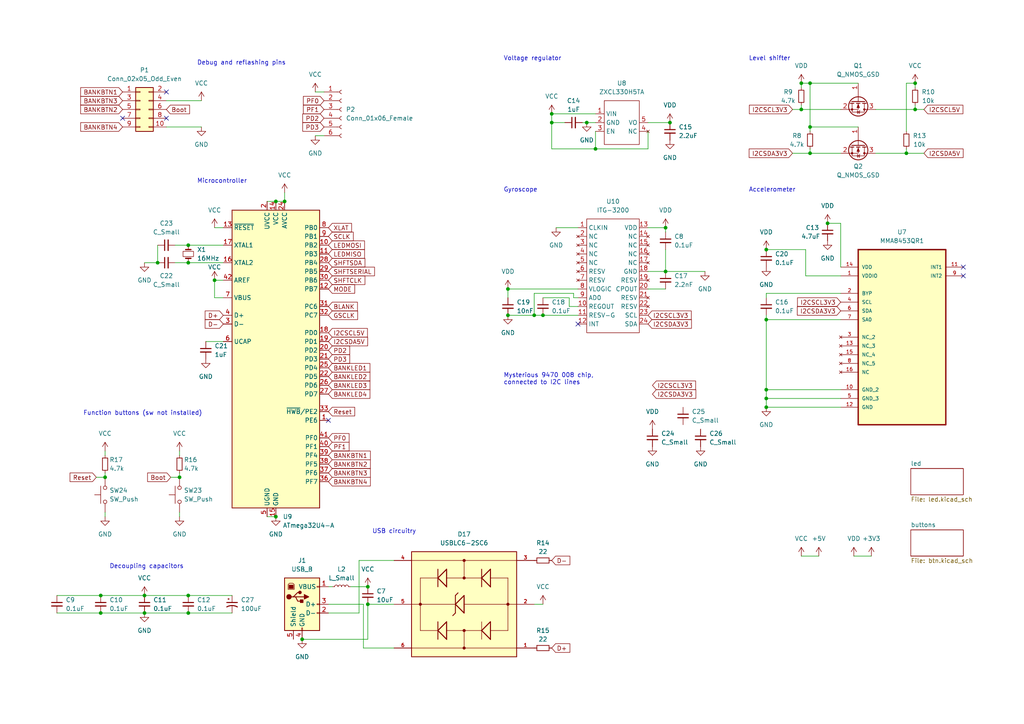
<source format=kicad_sch>
(kicad_sch (version 20211123) (generator eeschema)
  (paper "A4")
  (lib_symbols
    (symbol "Connector:Conn_01x06_Female" (pin_names (offset 1.016) hide)
      (property "Reference" "J" (at 0 7.62 0))
      (property "Value" "Conn_01x06_Female" (at 0 -10.16 0))
      (symbol "Conn_01x06_Female_1_1"
        (pin passive line (at -5.08 5.08 0) (length 3.81) (name "Pin_1") (number "1"))
        (pin passive line (at -5.08 2.54 0) (length 3.81) (name "Pin_2") (number "2"))
        (pin passive line (at -5.08 0 0) (length 3.81) (name "Pin_3") (number "3"))
        (pin passive line (at -5.08 -2.54 0) (length 3.81) (name "Pin_4") (number "4"))
        (pin passive line (at -5.08 -5.08 0) (length 3.81) (name "Pin_5") (number "5"))
        (pin passive line (at -5.08 -7.62 0) (length 3.81) (name "Pin_6") (number "6"))
      )
    )
    (symbol "Connector:USB_B" (pin_names (offset 1.016))
      (property "Reference" "J" (at -5.08 11.43 0))
      (property "Value" "USB_B" (at -5.08 8.89 0))
      (symbol "USB_B_1_1"
        (pin power_out line (at 7.62 5.08 180) (length 2.54) (name "VBUS") (number "1"))
        (pin bidirectional line (at 7.62 -2.54 180) (length 2.54) (name "D-") (number "2"))
        (pin bidirectional line (at 7.62 0 180) (length 2.54) (name "D+") (number "3"))
        (pin power_out line (at 0 -10.16 90) (length 2.54) (name "GND") (number "4"))
        (pin passive line (at -2.54 -10.16 90) (length 2.54) (name "Shield") (number "5"))
      )
    )
    (symbol "Connector_Generic:Conn_02x05_Odd_Even" (pin_names (offset 1.016) hide)
      (property "Reference" "J" (at 1.27 7.62 0))
      (property "Value" "Conn_02x05_Odd_Even" (at 1.27 -7.62 0))
      (symbol "Conn_02x05_Odd_Even_1_1"
        (pin passive line (at -5.08 5.08 0) (length 3.81) (name "Pin_1") (number "1"))
        (pin passive line (at 7.62 -5.08 180) (length 3.81) (name "Pin_10") (number "10"))
        (pin passive line (at 7.62 5.08 180) (length 3.81) (name "Pin_2") (number "2"))
        (pin passive line (at -5.08 2.54 0) (length 3.81) (name "Pin_3") (number "3"))
        (pin passive line (at 7.62 2.54 180) (length 3.81) (name "Pin_4") (number "4"))
        (pin passive line (at -5.08 0 0) (length 3.81) (name "Pin_5") (number "5"))
        (pin passive line (at 7.62 0 180) (length 3.81) (name "Pin_6") (number "6"))
        (pin passive line (at -5.08 -2.54 0) (length 3.81) (name "Pin_7") (number "7"))
        (pin passive line (at 7.62 -2.54 180) (length 3.81) (name "Pin_8") (number "8"))
        (pin passive line (at -5.08 -5.08 0) (length 3.81) (name "Pin_9") (number "9"))
      )
    )
    (symbol "Device:C_Polarized_Small_US" (pin_numbers hide) (pin_names (offset 0.254) hide)
      (property "Reference" "C" (at 0.254 1.778 0))
      (property "Value" "C_Polarized_Small_US" (at 0.254 -2.032 0))
      (symbol "C_Polarized_Small_US_1_1"
        (pin passive line (at 0 2.54 270) (length 2.032) (name "~") (number "1"))
        (pin passive line (at 0 -2.54 90) (length 2.032) (name "~") (number "2"))
      )
    )
    (symbol "Device:C_Small" (pin_numbers hide) (pin_names (offset 0.254) hide)
      (property "Reference" "C" (at 0.254 1.778 0))
      (property "Value" "C_Small" (at 0.254 -2.032 0))
      (symbol "C_Small_1_1"
        (pin passive line (at 0 2.54 270) (length 2.032) (name "~") (number "1"))
        (pin passive line (at 0 -2.54 90) (length 2.032) (name "~") (number "2"))
      )
    )
    (symbol "Device:Crystal_Small" (pin_numbers hide) (pin_names (offset 1.016) hide)
      (property "Reference" "Y" (at 0 2.54 0))
      (property "Value" "Crystal_Small" (at 0 -2.54 0))
      (symbol "Crystal_Small_1_1"
        (pin passive line (at -2.54 0 0) (length 1.27) (name "1") (number "1"))
        (pin passive line (at 2.54 0 180) (length 1.27) (name "2") (number "2"))
      )
    )
    (symbol "Device:L_Small" (pin_numbers hide) (pin_names (offset 0.254) hide)
      (property "Reference" "L" (at 0.762 1.016 0))
      (property "Value" "L_Small" (at 0.762 -1.016 0))
      (symbol "L_Small_1_1"
        (pin passive line (at 0 2.54 270) (length 0.508) (name "~") (number "1"))
        (pin passive line (at 0 -2.54 90) (length 0.508) (name "~") (number "2"))
      )
    )
    (symbol "Device:Q_NMOS_GSD" (pin_names (offset 0) hide)
      (property "Reference" "Q" (at 5.08 1.27 0))
      (property "Value" "Q_NMOS_GSD" (at 5.08 -1.27 0))
      (symbol "Q_NMOS_GSD_1_1"
        (pin input line (at -5.08 0 0) (length 2.54) (name "G") (number "1"))
        (pin passive line (at 2.54 -5.08 90) (length 2.54) (name "S") (number "2"))
        (pin passive line (at 2.54 5.08 270) (length 2.54) (name "D") (number "3"))
      )
    )
    (symbol "Device:R_Small" (pin_numbers hide) (pin_names (offset 0.254) hide)
      (property "Reference" "R" (at 0.762 0.508 0))
      (property "Value" "R_Small" (at 0.762 -1.016 0))
      (symbol "R_Small_1_1"
        (pin passive line (at 0 2.54 270) (length 0.762) (name "~") (number "1"))
        (pin passive line (at 0 -2.54 90) (length 0.762) (name "~") (number "2"))
      )
    )
    (symbol "MCU_Microchip_ATmega:ATmega32U4-A"
      (property "Reference" "U" (at -12.7 44.45 0))
      (property "Value" "ATmega32U4-A" (at 2.54 -44.45 0))
      (symbol "ATmega32U4-A_1_1"
        (pin bidirectional line (at 15.24 -17.78 180) (length 2.54) (name "PE6") (number "1"))
        (pin bidirectional line (at 15.24 33.02 180) (length 2.54) (name "PB2") (number "10"))
        (pin bidirectional line (at 15.24 30.48 180) (length 2.54) (name "PB3") (number "11"))
        (pin bidirectional line (at 15.24 20.32 180) (length 2.54) (name "PB7") (number "12"))
        (pin input line (at -15.24 38.1 0) (length 2.54) (name "~{RESET}") (number "13"))
        (pin power_in line (at 0 45.72 270) (length 2.54) (name "VCC") (number "14"))
        (pin power_in line (at 0 -45.72 90) (length 2.54) (name "GND") (number "15"))
        (pin output line (at -15.24 27.94 0) (length 2.54) (name "XTAL2") (number "16"))
        (pin input line (at -15.24 33.02 0) (length 2.54) (name "XTAL1") (number "17"))
        (pin bidirectional line (at 15.24 7.62 180) (length 2.54) (name "PD0") (number "18"))
        (pin bidirectional line (at 15.24 5.08 180) (length 2.54) (name "PD1") (number "19"))
        (pin power_in line (at -2.54 45.72 270) (length 2.54) (name "UVCC") (number "2"))
        (pin bidirectional line (at 15.24 2.54 180) (length 2.54) (name "PD2") (number "20"))
        (pin bidirectional line (at 15.24 0 180) (length 2.54) (name "PD3") (number "21"))
        (pin bidirectional line (at 15.24 -5.08 180) (length 2.54) (name "PD5") (number "22"))
        (pin passive line (at 0 -45.72 90) (length 2.54) hide (name "GND") (number "23"))
        (pin power_in line (at 2.54 45.72 270) (length 2.54) (name "AVCC") (number "24"))
        (pin bidirectional line (at 15.24 -2.54 180) (length 2.54) (name "PD4") (number "25"))
        (pin bidirectional line (at 15.24 -7.62 180) (length 2.54) (name "PD6") (number "26"))
        (pin bidirectional line (at 15.24 -10.16 180) (length 2.54) (name "PD7") (number "27"))
        (pin bidirectional line (at 15.24 27.94 180) (length 2.54) (name "PB4") (number "28"))
        (pin bidirectional line (at 15.24 25.4 180) (length 2.54) (name "PB5") (number "29"))
        (pin bidirectional line (at -15.24 10.16 0) (length 2.54) (name "D-") (number "3"))
        (pin bidirectional line (at 15.24 22.86 180) (length 2.54) (name "PB6") (number "30"))
        (pin bidirectional line (at 15.24 15.24 180) (length 2.54) (name "PC6") (number "31"))
        (pin bidirectional line (at 15.24 12.7 180) (length 2.54) (name "PC7") (number "32"))
        (pin bidirectional line (at 15.24 -15.24 180) (length 2.54) (name "~{HWB}/PE2") (number "33"))
        (pin passive line (at 0 45.72 270) (length 2.54) hide (name "VCC") (number "34"))
        (pin passive line (at 0 -45.72 90) (length 2.54) hide (name "GND") (number "35"))
        (pin bidirectional line (at 15.24 -35.56 180) (length 2.54) (name "PF7") (number "36"))
        (pin bidirectional line (at 15.24 -33.02 180) (length 2.54) (name "PF6") (number "37"))
        (pin bidirectional line (at 15.24 -30.48 180) (length 2.54) (name "PF5") (number "38"))
        (pin bidirectional line (at 15.24 -27.94 180) (length 2.54) (name "PF4") (number "39"))
        (pin bidirectional line (at -15.24 12.7 0) (length 2.54) (name "D+") (number "4"))
        (pin bidirectional line (at 15.24 -25.4 180) (length 2.54) (name "PF1") (number "40"))
        (pin bidirectional line (at 15.24 -22.86 180) (length 2.54) (name "PF0") (number "41"))
        (pin passive line (at -15.24 22.86 0) (length 2.54) (name "AREF") (number "42"))
        (pin passive line (at 0 -45.72 90) (length 2.54) hide (name "GND") (number "43"))
        (pin passive line (at 2.54 45.72 270) (length 2.54) hide (name "AVCC") (number "44"))
        (pin passive line (at -2.54 -45.72 90) (length 2.54) (name "UGND") (number "5"))
        (pin passive line (at -15.24 5.08 0) (length 2.54) (name "UCAP") (number "6"))
        (pin input line (at -15.24 17.78 0) (length 2.54) (name "VBUS") (number "7"))
        (pin bidirectional line (at 15.24 38.1 180) (length 2.54) (name "PB0") (number "8"))
        (pin bidirectional line (at 15.24 35.56 180) (length 2.54) (name "PB1") (number "9"))
      )
    )
    (symbol "Switch:SW_Push" (pin_numbers hide) (pin_names (offset 1.016) hide)
      (property "Reference" "SW" (at 1.27 2.54 0))
      (property "Value" "SW_Push" (at 0 -1.524 0))
      (symbol "SW_Push_0_1"
        (pin passive line (at -5.08 0 0) (length 2.54) (name "1") (number "1"))
        (pin passive line (at 5.08 0 180) (length 2.54) (name "2") (number "2"))
      )
    )
    (symbol "assets:ITG-3200"
      (property "Reference" "U?" (at -7.62 7.62 0))
      (property "Value" "ITG-3200" (at 1.27 7.62 0))
      (symbol "ITG-3200_1_1"
        (pin input line (at -11.43 3.81 0) (length 2.54) (name "CLKIN") (number "1"))
        (pin input line (at -11.43 -19.05 0) (length 2.54) (name "REGOUT") (number "10"))
        (pin input line (at -11.43 -21.59 0) (length 2.54) (name "RESV-G") (number "11"))
        (pin output line (at -11.43 -24.13 0) (length 2.54) (name "INT") (number "12"))
        (pin input line (at 8.89 3.81 180) (length 2.54) (name "VDD") (number "13"))
        (pin no_connect line (at 8.89 1.27 180) (length 2.54) (name "NC") (number "14"))
        (pin no_connect line (at 8.89 -1.27 180) (length 2.54) (name "NC") (number "15"))
        (pin no_connect line (at 8.89 -3.81 180) (length 2.54) (name "NC") (number "16"))
        (pin no_connect line (at 8.89 -6.35 180) (length 2.54) (name "NC") (number "17"))
        (pin input line (at 8.89 -8.89 180) (length 2.54) (name "GND") (number "18"))
        (pin no_connect line (at 8.89 -11.43 180) (length 2.54) (name "RESV") (number "19"))
        (pin no_connect line (at -11.43 1.27 0) (length 2.54) (name "NC") (number "2"))
        (pin input line (at 8.89 -13.97 180) (length 2.54) (name "CPOUT") (number "20"))
        (pin no_connect line (at 8.89 -16.51 180) (length 2.54) (name "RESV") (number "21"))
        (pin no_connect line (at 8.89 -19.05 180) (length 2.54) (name "RESV") (number "22"))
        (pin input line (at 8.89 -21.59 180) (length 2.54) (name "SCL") (number "23"))
        (pin output line (at 8.89 -24.13 180) (length 2.54) (name "SDA") (number "24"))
        (pin no_connect line (at -11.43 -1.27 0) (length 2.54) (name "NC") (number "3"))
        (pin no_connect line (at -11.43 -3.81 0) (length 2.54) (name "NC") (number "4"))
        (pin no_connect line (at -11.43 -6.35 0) (length 2.54) (name "NC") (number "5"))
        (pin no_connect line (at -11.43 -8.89 0) (length 2.54) (name "RESV") (number "6"))
        (pin no_connect line (at -11.43 -11.43 0) (length 2.54) (name "RESV") (number "7"))
        (pin input line (at -11.43 -13.97 0) (length 2.54) (name "VLOGIC") (number "8"))
        (pin input line (at -11.43 -16.51 0) (length 2.54) (name "AD0") (number "9"))
      )
    )
    (symbol "assets:MMA8453QR1" (pin_names (offset 1.016))
      (property "Reference" "U?" (at -5.5118 25.6032 0))
      (property "Value" "MMA8453QR1" (at -4.3434 -32.258 0))
      (symbol "MMA8453QR1_0_0"
        (pin power_in line (at -17.78 15.24 0) (length 5.08) (name "VDDIO") (number "1"))
        (pin passive line (at -17.78 -17.78 0) (length 5.08) (name "GND_2") (number "10"))
        (pin output line (at 17.78 17.78 180) (length 5.08) (name "INT1") (number "11"))
        (pin passive line (at -17.78 -22.86 0) (length 5.08) (name "GND") (number "12"))
        (pin no_connect line (at -17.78 -5.08 0) (length 5.08) (name "NC_3") (number "13"))
        (pin power_in line (at -17.78 17.78 0) (length 5.08) (name "VDD") (number "14"))
        (pin no_connect line (at -17.78 -7.62 0) (length 5.08) (name "NC_4") (number "15"))
        (pin no_connect line (at -17.78 -12.7 0) (length 5.08) (name "NC") (number "16"))
        (pin input line (at -17.78 10.16 0) (length 5.08) (name "BYP") (number "2"))
        (pin no_connect line (at -17.78 -2.54 0) (length 5.08) (name "NC_2") (number "3"))
        (pin input line (at -17.78 7.62 0) (length 5.08) (name "SCL") (number "4"))
        (pin passive line (at -17.78 -20.32 0) (length 5.08) (name "GND_3") (number "5"))
        (pin input line (at -17.78 5.08 0) (length 5.08) (name "SDA") (number "6"))
        (pin input line (at -17.78 2.54 0) (length 5.08) (name "SA0") (number "7"))
        (pin no_connect line (at -17.78 -10.16 0) (length 5.08) (name "NC_5") (number "8"))
        (pin output line (at 17.78 15.24 180) (length 5.08) (name "INT2") (number "9"))
      )
    )
    (symbol "assets:USBLC6-2SC6" (pin_names (offset 1.016) hide)
      (property "Reference" "D?" (at -15.24 16.51 0))
      (property "Value" "USBLC6-2SC6" (at -15.2654 -17.8054 0))
      (symbol "USBLC6-2SC6_0_0"
        (pin bidirectional line (at -20.32 12.7 0) (length 5.08) (name "~") (number "1"))
        (pin power_in line (at -20.32 0 0) (length 5.08) (name "~") (number "2"))
        (pin bidirectional line (at -20.32 -12.7 0) (length 5.08) (name "~") (number "3"))
        (pin bidirectional line (at 20.32 -12.7 180) (length 5.08) (name "~") (number "4"))
        (pin power_in line (at 20.32 0 180) (length 5.08) (name "~") (number "5"))
        (pin bidirectional line (at 20.32 12.7 180) (length 5.08) (name "~") (number "6"))
      )
    )
    (symbol "assets:ZXCL330H5TA"
      (property "Reference" "U?" (at 0 12.7 0))
      (property "Value" "ZXCL330H5TA" (at 0 10.16 0))
      (symbol "ZXCL330H5TA_1_1"
        (pin input line (at -7.62 2.54 0) (length 2.54) (name "VIN") (number "1"))
        (pin input line (at -7.62 0 0) (length 2.54) (name "GND") (number "2"))
        (pin input line (at -7.62 -2.54 0) (length 2.54) (name "EN") (number "3"))
        (pin no_connect line (at 7.62 -2.54 180) (length 2.54) (name "NC") (number "4"))
        (pin output line (at 7.62 0 180) (length 2.54) (name "VO") (number "5"))
      )
    )
    (symbol "power:+3V3" (power) (pin_names (offset 0))
      (property "Value" "+3V3" (at 0 3.556 0))
      (symbol "+3V3_1_1"
        (pin power_in line (at 0 0 90) (length 0) hide (name "+3V3") (number "1"))
      )
    )
    (symbol "power:+5V" (power) (pin_names (offset 0))
      (property "Value" "+5V" (at 0 3.556 0))
      (symbol "+5V_1_1"
        (pin power_in line (at 0 0 90) (length 0) hide (name "+5V") (number "1"))
      )
    )
    (symbol "power:GND" (power) (pin_names (offset 0))
      (property "Value" "GND" (at 0 -3.81 0))
      (symbol "GND_1_1"
        (pin power_in line (at 0 0 270) (length 0) hide (name "GND") (number "1"))
      )
    )
    (symbol "power:VCC" (power) (pin_names (offset 0))
      (property "Value" "VCC" (at 0 3.81 0))
      (symbol "VCC_1_1"
        (pin power_in line (at 0 0 90) (length 0) hide (name "VCC") (number "1"))
      )
    )
    (symbol "power:VDD" (power) (pin_names (offset 0))
      (property "Value" "VDD" (at 0 3.81 0))
      (symbol "VDD_1_1"
        (pin power_in line (at 0 0 90) (length 0) hide (name "VDD") (number "1"))
      )
    )
  )
  (junction (at 160.02 35.56))
  (junction (at 234.95 36.83))
  (junction (at 222.25 115.57))
  (junction (at 232.41 31.75))
  (junction (at 193.04 66.04))
  (junction (at 41.91 177.8))
  (junction (at 222.25 113.03))
  (junction (at 265.43 24.13))
  (junction (at 193.04 78.74))
  (junction (at 54.61 71.12))
  (junction (at 234.95 44.45))
  (junction (at 106.68 175.26))
  (junction (at 80.01 58.42))
  (junction (at 262.89 44.45))
  (junction (at 30.48 138.43))
  (junction (at 265.43 31.75))
  (junction (at 147.32 91.44))
  (junction (at 80.01 149.86))
  (junction (at 82.55 58.42))
  (junction (at 29.21 177.8))
  (junction (at 240.03 64.77))
  (junction (at 106.68 170.18))
  (junction (at 222.25 118.11))
  (junction (at 54.61 177.8))
  (junction (at 170.18 35.56))
  (junction (at 172.72 43.18))
  (junction (at 154.94 91.44))
  (junction (at 147.32 83.82))
  (junction (at 232.41 24.13))
  (junction (at 52.07 138.43))
  (junction (at 62.23 81.28))
  (junction (at 234.95 24.13))
  (junction (at 222.25 72.39))
  (junction (at 41.91 172.72))
  (junction (at 160.02 33.02))
  (junction (at 87.63 185.42))
  (junction (at 54.61 76.2))
  (junction (at 157.48 91.44))
  (junction (at 29.21 172.72))
  (junction (at 45.72 76.2))
  (junction (at 194.31 35.56))
  (junction (at 54.61 172.72))
  (junction (at 222.25 92.71))
  (no_connect (at 167.64 93.98))
  (no_connect (at 95.25 121.92))
  (no_connect (at 279.4 77.47))
  (no_connect (at 279.4 80.01))
  (no_connect (at 48.26 34.29))
  (no_connect (at 35.56 34.29))
  (no_connect (at 48.26 26.67))
  (wire (pts (xy 222.25 92.71) (xy 222.25 113.03)))
  (wire (pts (xy 243.84 64.77) (xy 240.03 64.77)))
  (wire (pts (xy 160.02 33.02) (xy 160.02 35.56)))
  (wire (pts (xy 187.96 83.82) (xy 193.04 83.82)))
  (wire (pts (xy 222.25 118.11) (xy 243.84 118.11)))
  (wire (pts (xy 62.23 81.28) (xy 62.23 86.36)))
  (wire (pts (xy 243.84 85.09) (xy 222.25 85.09)))
  (wire (pts (xy 247.65 161.29) (xy 252.73 161.29)))
  (wire (pts (xy 160.02 33.02) (xy 172.72 33.02)))
  (wire (pts (xy 106.68 175.26) (xy 106.68 185.42)))
  (wire (pts (xy 105.41 187.96) (xy 114.3 187.96)))
  (wire (pts (xy 234.95 36.83) (xy 234.95 24.13)))
  (wire (pts (xy 262.89 44.45) (xy 267.97 44.45)))
  (wire (pts (xy 104.14 177.8) (xy 104.14 162.56)))
  (wire (pts (xy 222.25 113.03) (xy 243.84 113.03)))
  (wire (pts (xy 30.48 137.16) (xy 30.48 138.43)))
  (wire (pts (xy 16.51 172.72) (xy 29.21 172.72)))
  (wire (pts (xy 229.87 44.45) (xy 234.95 44.45)))
  (wire (pts (xy 165.1 88.9) (xy 167.64 88.9)))
  (wire (pts (xy 54.61 71.12) (xy 64.77 71.12)))
  (wire (pts (xy 54.61 177.8) (xy 67.31 177.8)))
  (wire (pts (xy 82.55 55.88) (xy 82.55 58.42)))
  (wire (pts (xy 222.25 92.71) (xy 243.84 92.71)))
  (wire (pts (xy 170.18 35.56) (xy 172.72 35.56)))
  (wire (pts (xy 165.1 86.36) (xy 165.1 88.9)))
  (wire (pts (xy 77.47 149.86) (xy 80.01 149.86)))
  (wire (pts (xy 101.6 170.18) (xy 106.68 170.18)))
  (wire (pts (xy 62.23 66.04) (xy 64.77 66.04)))
  (wire (pts (xy 234.95 44.45) (xy 243.84 44.45)))
  (wire (pts (xy 54.61 76.2) (xy 64.77 76.2)))
  (wire (pts (xy 232.41 30.48) (xy 232.41 31.75)))
  (wire (pts (xy 234.95 24.13) (xy 232.41 24.13)))
  (wire (pts (xy 45.72 71.12) (xy 45.72 76.2)))
  (wire (pts (xy 50.8 71.12) (xy 54.61 71.12)))
  (wire (pts (xy 29.21 172.72) (xy 41.91 172.72)))
  (wire (pts (xy 52.07 149.86) (xy 52.07 148.59)))
  (wire (pts (xy 222.25 115.57) (xy 243.84 115.57)))
  (wire (pts (xy 234.95 44.45) (xy 234.95 43.18)))
  (wire (pts (xy 147.32 91.44) (xy 154.94 91.44)))
  (wire (pts (xy 222.25 85.09) (xy 222.25 86.36)))
  (wire (pts (xy 154.94 175.26) (xy 157.48 175.26)))
  (wire (pts (xy 193.04 78.74) (xy 204.47 78.74)))
  (wire (pts (xy 49.53 138.43) (xy 52.07 138.43)))
  (wire (pts (xy 91.44 26.67) (xy 93.98 26.67)))
  (wire (pts (xy 222.25 115.57) (xy 222.25 118.11)))
  (wire (pts (xy 265.43 31.75) (xy 267.97 31.75)))
  (wire (pts (xy 194.31 35.56) (xy 187.96 35.56)))
  (wire (pts (xy 234.95 38.1) (xy 234.95 36.83)))
  (wire (pts (xy 254 31.75) (xy 265.43 31.75)))
  (wire (pts (xy 91.44 39.37) (xy 93.98 39.37)))
  (wire (pts (xy 187.96 78.74) (xy 193.04 78.74)))
  (wire (pts (xy 154.94 91.44) (xy 157.48 91.44)))
  (wire (pts (xy 41.91 172.72) (xy 54.61 172.72)))
  (wire (pts (xy 161.29 66.04) (xy 167.64 66.04)))
  (wire (pts (xy 29.21 177.8) (xy 41.91 177.8)))
  (wire (pts (xy 77.47 58.42) (xy 80.01 58.42)))
  (wire (pts (xy 52.07 137.16) (xy 52.07 138.43)))
  (wire (pts (xy 167.64 86.36) (xy 166.37 86.36)))
  (wire (pts (xy 30.48 130.81) (xy 30.48 132.08)))
  (wire (pts (xy 193.04 67.31) (xy 193.04 66.04)))
  (wire (pts (xy 80.01 58.42) (xy 82.55 58.42)))
  (wire (pts (xy 48.26 36.83) (xy 58.42 36.83)))
  (wire (pts (xy 166.37 86.36) (xy 166.37 85.09)))
  (wire (pts (xy 234.95 24.13) (xy 248.92 24.13)))
  (wire (pts (xy 262.89 43.18) (xy 262.89 44.45)))
  (wire (pts (xy 157.48 86.36) (xy 165.1 86.36)))
  (wire (pts (xy 168.91 35.56) (xy 170.18 35.56)))
  (wire (pts (xy 48.26 29.21) (xy 58.42 29.21)))
  (wire (pts (xy 187.96 38.1) (xy 187.96 43.18)))
  (wire (pts (xy 262.89 24.13) (xy 265.43 24.13)))
  (wire (pts (xy 265.43 30.48) (xy 265.43 31.75)))
  (wire (pts (xy 95.25 175.26) (xy 105.41 175.26)))
  (wire (pts (xy 62.23 86.36) (xy 64.77 86.36)))
  (wire (pts (xy 154.94 85.09) (xy 154.94 91.44)))
  (wire (pts (xy 222.25 113.03) (xy 222.25 115.57)))
  (wire (pts (xy 265.43 24.13) (xy 265.43 25.4)))
  (wire (pts (xy 147.32 86.36) (xy 147.32 83.82)))
  (wire (pts (xy 62.23 81.28) (xy 64.77 81.28)))
  (wire (pts (xy 166.37 85.09) (xy 154.94 85.09)))
  (wire (pts (xy 54.61 172.72) (xy 67.31 172.72)))
  (wire (pts (xy 45.72 76.2) (xy 41.91 76.2)))
  (wire (pts (xy 232.41 31.75) (xy 243.84 31.75)))
  (wire (pts (xy 232.41 31.75) (xy 229.87 31.75)))
  (wire (pts (xy 232.41 161.29) (xy 237.49 161.29)))
  (wire (pts (xy 187.96 43.18) (xy 172.72 43.18)))
  (wire (pts (xy 160.02 35.56) (xy 160.02 43.18)))
  (wire (pts (xy 16.51 177.8) (xy 29.21 177.8)))
  (wire (pts (xy 59.69 99.06) (xy 64.77 99.06)))
  (wire (pts (xy 193.04 72.39) (xy 193.04 78.74)))
  (wire (pts (xy 172.72 43.18) (xy 160.02 43.18)))
  (wire (pts (xy 232.41 24.13) (xy 232.41 25.4)))
  (wire (pts (xy 50.8 76.2) (xy 54.61 76.2)))
  (wire (pts (xy 104.14 162.56) (xy 114.3 162.56)))
  (wire (pts (xy 193.04 66.04) (xy 187.96 66.04)))
  (wire (pts (xy 222.25 91.44) (xy 222.25 92.71)))
  (wire (pts (xy 106.68 175.26) (xy 114.3 175.26)))
  (wire (pts (xy 41.91 177.8) (xy 54.61 177.8)))
  (wire (pts (xy 262.89 38.1) (xy 262.89 24.13)))
  (wire (pts (xy 233.68 72.39) (xy 233.68 80.01)))
  (wire (pts (xy 30.48 149.86) (xy 30.48 148.59)))
  (wire (pts (xy 27.94 138.43) (xy 30.48 138.43)))
  (wire (pts (xy 243.84 77.47) (xy 243.84 64.77)))
  (wire (pts (xy 147.32 83.82) (xy 167.64 83.82)))
  (wire (pts (xy 233.68 80.01) (xy 243.84 80.01)))
  (wire (pts (xy 52.07 130.81) (xy 52.07 132.08)))
  (wire (pts (xy 160.02 35.56) (xy 163.83 35.56)))
  (wire (pts (xy 234.95 36.83) (xy 248.92 36.83)))
  (wire (pts (xy 157.48 91.44) (xy 167.64 91.44)))
  (wire (pts (xy 222.25 72.39) (xy 233.68 72.39)))
  (wire (pts (xy 95.25 177.8) (xy 104.14 177.8)))
  (wire (pts (xy 105.41 175.26) (xy 105.41 187.96)))
  (wire (pts (xy 96.52 170.18) (xy 95.25 170.18)))
  (wire (pts (xy 172.72 38.1) (xy 172.72 43.18)))
  (wire (pts (xy 254 44.45) (xy 262.89 44.45)))
  (wire (pts (xy 87.63 185.42) (xy 106.68 185.42)))
  (text "Mysterious 9470 008 chip,\nconnected to I2C lines" (at 146.05 111.76 0) (effects (font (size 1.27 1.27)) (justify left bottom)))
  (text "Level shifter" (at 217.17 17.78 0) (effects (font (size 1.27 1.27)) (justify left bottom)))
  (text "USB circuitry" (at 107.95 154.94 0) (effects (font (size 1.27 1.27)) (justify left bottom)))
  (text "Gyroscope" (at 146.05 55.88 0) (effects (font (size 1.27 1.27)) (justify left bottom)))
  (text "Decoupling capacitors" (at 31.75 165.1 0) (effects (font (size 1.27 1.27)) (justify left bottom)))
  (text "Debug and reflashing pins" (at 57.15 19.05 0) (effects (font (size 1.27 1.27)) (justify left bottom)))
  (text "Accelerometer" (at 217.17 55.88 0) (effects (font (size 1.27 1.27)) (justify left bottom)))
  (text "Function buttons (sw not installed)" (at 24.13 120.65 0) (effects (font (size 1.27 1.27)) (justify left bottom)))
  (text "Microcontroller" (at 57.15 53.34 0) (effects (font (size 1.27 1.27)) (justify left bottom)))
  (text "Voltage regulator" (at 146.05 17.78 0) (effects (font (size 1.27 1.27)) (justify left bottom)))
  (global_label "MODE" (shape input) (at 95.25 83.82 0) (property "Intersheet References" "${INTERSHEET_REFS}" (effects hide)))
  (global_label "I2CSDA5V" (shape input) (at 267.97 44.45 0) (property "Intersheet References" "${INTERSHEET_REFS}" (effects hide)))
  (global_label "BANKBTN2" (shape input) (at 95.25 134.62 0) (property "Intersheet References" "${INTERSHEET_REFS}" (effects hide)))
  (global_label "D-" (shape input) (at 160.02 162.56 0) (property "Intersheet References" "${INTERSHEET_REFS}" (effects hide)))
  (global_label "D+" (shape input) (at 64.77 91.44 180) (property "Intersheet References" "${INTERSHEET_REFS}" (effects hide)))
  (global_label "Reset" (shape input) (at 95.25 119.38 0) (property "Intersheet References" "${INTERSHEET_REFS}" (effects hide)))
  (global_label "I2CSCL3V3" (shape input) (at 189.23 111.76 0) (property "Intersheet References" "${INTERSHEET_REFS}" (effects hide)))
  (global_label "BANKLED1" (shape input) (at 95.25 106.68 0) (property "Intersheet References" "${INTERSHEET_REFS}" (effects hide)))
  (global_label "BANKLED4" (shape input) (at 95.25 114.3 0) (property "Intersheet References" "${INTERSHEET_REFS}" (effects hide)))
  (global_label "PD2" (shape input) (at 93.98 34.29 180) (property "Intersheet References" "${INTERSHEET_REFS}" (effects hide)))
  (global_label "PD3" (shape input) (at 95.25 104.14 0) (property "Intersheet References" "${INTERSHEET_REFS}" (effects hide)))
  (global_label "PD3" (shape input) (at 93.98 36.83 180) (property "Intersheet References" "${INTERSHEET_REFS}" (effects hide)))
  (global_label "I2CSCL5V" (shape input) (at 267.97 31.75 0) (property "Intersheet References" "${INTERSHEET_REFS}" (effects hide)))
  (global_label "LEDMISO" (shape input) (at 95.25 73.66 0) (property "Intersheet References" "${INTERSHEET_REFS}" (effects hide)))
  (global_label "XLAT" (shape input) (at 95.25 66.04 0) (property "Intersheet References" "${INTERSHEET_REFS}" (effects hide)))
  (global_label "I2CSCL3V3" (shape input) (at 229.87 31.75 180) (property "Intersheet References" "${INTERSHEET_REFS}" (effects hide)))
  (global_label "SHFTSERIAL" (shape input) (at 95.25 78.74 0) (property "Intersheet References" "${INTERSHEET_REFS}" (effects hide)))
  (global_label "PD2" (shape input) (at 95.25 101.6 0) (property "Intersheet References" "${INTERSHEET_REFS}" (effects hide)))
  (global_label "BANKBTN3" (shape input) (at 95.25 137.16 0) (property "Intersheet References" "${INTERSHEET_REFS}" (effects hide)))
  (global_label "BANKLED3" (shape input) (at 95.25 111.76 0) (property "Intersheet References" "${INTERSHEET_REFS}" (effects hide)))
  (global_label "I2CSCL3V3" (shape input) (at 243.84 87.63 180) (property "Intersheet References" "${INTERSHEET_REFS}" (effects hide)))
  (global_label "BANKLED2" (shape input) (at 95.25 109.22 0) (property "Intersheet References" "${INTERSHEET_REFS}" (effects hide)))
  (global_label "PF1" (shape input) (at 93.98 31.75 180) (property "Intersheet References" "${INTERSHEET_REFS}" (effects hide)))
  (global_label "I2CSCL5V" (shape input) (at 95.25 96.52 0) (property "Intersheet References" "${INTERSHEET_REFS}" (effects hide)))
  (global_label "I2CSDA5V" (shape input) (at 95.25 99.06 0) (property "Intersheet References" "${INTERSHEET_REFS}" (effects hide)))
  (global_label "I2CSDA3V3" (shape input) (at 189.23 114.3 0) (property "Intersheet References" "${INTERSHEET_REFS}" (effects hide)))
  (global_label "BLANK" (shape input) (at 95.25 88.9 0) (property "Intersheet References" "${INTERSHEET_REFS}" (effects hide)))
  (global_label "PF0" (shape input) (at 93.98 29.21 180) (property "Intersheet References" "${INTERSHEET_REFS}" (effects hide)))
  (global_label "SCLK" (shape input) (at 95.25 68.58 0) (property "Intersheet References" "${INTERSHEET_REFS}" (effects hide)))
  (global_label "Boot" (shape input) (at 49.53 138.43 180) (property "Intersheet References" "${INTERSHEET_REFS}" (effects hide)))
  (global_label "GSCLK" (shape input) (at 95.25 91.44 0) (property "Intersheet References" "${INTERSHEET_REFS}" (effects hide)))
  (global_label "LEDMOSI" (shape input) (at 95.25 71.12 0) (property "Intersheet References" "${INTERSHEET_REFS}" (effects hide)))
  (global_label "BANKBTN4" (shape input) (at 35.56 36.83 180) (property "Intersheet References" "${INTERSHEET_REFS}" (effects hide)))
  (global_label "Reset" (shape input) (at 27.94 138.43 180) (property "Intersheet References" "${INTERSHEET_REFS}" (effects hide)))
  (global_label "BANKBTN2" (shape input) (at 35.56 31.75 180) (property "Intersheet References" "${INTERSHEET_REFS}" (effects hide)))
  (global_label "SHFTCLK" (shape input) (at 95.25 81.28 0) (property "Intersheet References" "${INTERSHEET_REFS}" (effects hide)))
  (global_label "I2CSDA3V3" (shape input) (at 243.84 90.17 180) (property "Intersheet References" "${INTERSHEET_REFS}" (effects hide)))
  (global_label "PF1" (shape input) (at 95.25 129.54 0) (property "Intersheet References" "${INTERSHEET_REFS}" (effects hide)))
  (global_label "D-" (shape input) (at 64.77 93.98 180) (property "Intersheet References" "${INTERSHEET_REFS}" (effects hide)))
  (global_label "I2CSCL3V3" (shape input) (at 187.96 91.44 0) (property "Intersheet References" "${INTERSHEET_REFS}" (effects hide)))
  (global_label "BANKBTN3" (shape input) (at 35.56 29.21 180) (property "Intersheet References" "${INTERSHEET_REFS}" (effects hide)))
  (global_label "Boot" (shape input) (at 48.26 31.75 0) (property "Intersheet References" "${INTERSHEET_REFS}" (effects hide)))
  (global_label "BANKBTN4" (shape input) (at 95.25 139.7 0) (property "Intersheet References" "${INTERSHEET_REFS}" (effects hide)))
  (global_label "I2CSDA3V3" (shape input) (at 229.87 44.45 180) (property "Intersheet References" "${INTERSHEET_REFS}" (effects hide)))
  (global_label "PF0" (shape input) (at 95.25 127 0) (property "Intersheet References" "${INTERSHEET_REFS}" (effects hide)))
  (global_label "SHFTSDA" (shape input) (at 95.25 76.2 0) (property "Intersheet References" "${INTERSHEET_REFS}" (effects hide)))
  (global_label "D+" (shape input) (at 160.02 187.96 0) (property "Intersheet References" "${INTERSHEET_REFS}" (effects hide)))
  (global_label "I2CSDA3V3" (shape input) (at 187.96 93.98 0) (property "Intersheet References" "${INTERSHEET_REFS}" (effects hide)))
  (global_label "BANKBTN1" (shape input) (at 35.56 26.67 180) (property "Intersheet References" "${INTERSHEET_REFS}" (effects hide)))
  (global_label "BANKBTN1" (shape input) (at 95.25 132.08 0) (property "Intersheet References" "${INTERSHEET_REFS}" (effects hide)))
  (symbol (lib_id "Device:Q_NMOS_GSD") (at 248.92 29.21 270) (unit 1)
    (property "Reference" "Q1" (at 248.92 19.05 90))
    (property "Value" "Q_NMOS_GSD" (at 248.92 21.59 90))
    (property "Footprint" "Package_TO_SOT_SMD:SOT-23" (effects hide))
  )
  (symbol (lib_id "power:GND") (at 41.91 177.8 0) (unit 1)
    (property "Reference" "#PWR0104" (effects hide))
    (property "Value" "GND" (at 41.91 182.88 0))
  )
  (symbol (lib_id "Connector:Conn_01x06_Female") (at 99.06 31.75 0) (unit 1)
    (property "Reference" "P2" (at 100.33 31.7499 0) (effects (justify left)))
    (property "Value" "Conn_01x06_Female" (at 100.33 34.2899 0) (effects (justify left)))
    (property "Footprint" "Connector_PinHeader_2.54mm:PinHeader_1x06_P2.54mm_Vertical" (effects hide))
  )
  (symbol (lib_id "power:GND") (at 52.07 149.86 0) (unit 1)
    (property "Reference" "#PWR0141" (effects hide))
    (property "Value" "GND" (at 52.07 154.94 0))
  )
  (symbol (lib_id "power:+5V") (at 237.49 161.29 0) (unit 1)
    (property "Reference" "#PWR0129" (effects hide))
    (property "Value" "+5V" (at 237.49 156.21 0))
  )
  (symbol (lib_id "Device:C_Small") (at 41.91 175.26 0) (unit 1)
    (property "Reference" "C11" (at 44.45 173.9962 0) (effects (justify left)))
    (property "Value" "0.1uF" (at 44.45 176.5362 0) (effects (justify left)))
    (property "Footprint" "Capacitor_SMD:C_0603_1608Metric_Pad1.08x0.95mm_HandSolder" (effects hide))
  )
  (symbol (lib_id "Device:C_Small") (at 48.26 71.12 90) (unit 1)
    (property "Reference" "C23" (at 48.2663 64.77 90))
    (property "Value" "C_Small" (at 48.2663 67.31 90))
    (property "Footprint" "Capacitor_SMD:C_0603_1608Metric_Pad1.08x0.95mm_HandSolder" (effects hide))
  )
  (symbol (lib_id "Device:R_Small") (at 234.95 40.64 180) (unit 1)
    (property "Reference" "R8" (at 231.14 39.37 0))
    (property "Value" "4.7k" (at 231.14 41.91 0))
    (property "Footprint" "Resistor_SMD:R_0603_1608Metric_Pad0.98x0.95mm_HandSolder" (effects hide))
  )
  (symbol (lib_id "Device:C_Small") (at 48.26 76.2 90) (unit 1)
    (property "Reference" "C22" (at 48.26 80.01 90))
    (property "Value" "C_Small" (at 48.26 82.55 90))
    (property "Footprint" "Capacitor_SMD:C_0603_1608Metric_Pad1.08x0.95mm_HandSolder" (effects hide))
  )
  (symbol (lib_id "power:GND") (at 91.44 39.37 0) (unit 1)
    (property "Reference" "#PWR0137" (effects hide))
    (property "Value" "GND" (at 91.44 44.45 0))
  )
  (symbol (lib_id "Device:C_Small") (at 193.04 69.85 0) (unit 1)
    (property "Reference" "C8" (at 195.58 68.5862 0) (effects (justify left)))
    (property "Value" "0.1uF" (at 195.58 71.1262 0) (effects (justify left)))
    (property "Footprint" "Capacitor_SMD:C_0603_1608Metric_Pad1.08x0.95mm_HandSolder" (effects hide))
  )
  (symbol (lib_id "power:VCC") (at 106.68 170.18 0) (unit 1)
    (property "Reference" "#PWR0101" (effects hide))
    (property "Value" "VCC" (at 106.68 165.1 0))
  )
  (symbol (lib_id "power:GND") (at 147.32 91.44 0) (unit 1)
    (property "Reference" "#PWR0133" (effects hide))
    (property "Value" "GND" (at 147.32 96.52 0))
  )
  (symbol (lib_id "power:GND") (at 170.18 35.56 0) (unit 1)
    (property "Reference" "#PWR0116" (effects hide))
    (property "Value" "GND" (at 170.18 40.64 0))
  )
  (symbol (lib_id "power:GND") (at 222.25 118.11 0) (unit 1)
    (property "Reference" "#PWR0128" (effects hide))
    (property "Value" "GND" (at 222.25 123.19 0))
  )
  (symbol (lib_id "power:VCC") (at 58.42 29.21 0) (unit 1)
    (property "Reference" "#PWR0135" (effects hide))
    (property "Value" "VCC" (at 58.42 24.13 0))
  )
  (symbol (lib_id "Device:C_Small") (at 240.03 67.31 0) (unit 1)
    (property "Reference" "C13" (at 233.68 66.04 0) (effects (justify left)))
    (property "Value" "4.7uF" (at 232.41 68.58 0) (effects (justify left)))
    (property "Footprint" "Capacitor_SMD:C_0603_1608Metric_Pad1.08x0.95mm_HandSolder" (effects hide))
  )
  (symbol (lib_id "power:GND") (at 41.91 76.2 0) (unit 1)
    (property "Reference" "#PWR0109" (effects hide))
    (property "Value" "GND" (at 41.91 81.28 0))
  )
  (symbol (lib_id "Device:C_Small") (at 59.69 101.6 0) (unit 1)
    (property "Reference" "C21" (at 62.23 100.3362 0) (effects (justify left)))
    (property "Value" "1uF" (at 62.23 102.8762 0) (effects (justify left)))
    (property "Footprint" "Capacitor_SMD:C_0805_2012Metric_Pad1.18x1.45mm_HandSolder" (effects hide))
  )
  (symbol (lib_id "power:VDD") (at 247.65 161.29 0) (unit 1)
    (property "Reference" "#PWR0130" (effects hide))
    (property "Value" "VDD" (at 247.65 156.21 0))
  )
  (symbol (lib_id "power:GND") (at 194.31 40.64 0) (unit 1)
    (property "Reference" "#PWR0125" (effects hide))
    (property "Value" "GND" (at 194.31 45.72 0))
  )
  (symbol (lib_id "power:GND") (at 87.63 185.42 0) (unit 1)
    (property "Reference" "#PWR0102" (effects hide))
    (property "Value" "GND" (at 87.63 190.5 0))
  )
  (symbol (lib_id "power:GND") (at 161.29 66.04 0) (unit 1)
    (property "Reference" "#PWR0114" (effects hide))
    (property "Value" "GND" (at 161.29 71.12 0))
  )
  (symbol (lib_id "power:VCC") (at 232.41 161.29 0) (unit 1)
    (property "Reference" "#PWR0127" (effects hide))
    (property "Value" "VCC" (at 232.41 156.21 0))
  )
  (symbol (lib_id "power:VCC") (at 30.48 130.81 0) (unit 1)
    (property "Reference" "#PWR0142" (effects hide))
    (property "Value" "VCC" (at 30.48 125.73 0))
  )
  (symbol (lib_id "power:VDD") (at 147.32 83.82 0) (unit 1)
    (property "Reference" "#PWR0132" (effects hide))
    (property "Value" "VDD" (at 147.32 78.74 0))
  )
  (symbol (lib_id "Device:C_Small") (at 189.23 127 0) (unit 1)
    (property "Reference" "C24" (at 191.77 125.7362 0) (effects (justify left)))
    (property "Value" "C_Small" (at 191.77 128.2762 0) (effects (justify left)))
    (property "Footprint" "Capacitor_SMD:C_0603_1608Metric_Pad1.08x0.95mm_HandSolder" (effects hide))
  )
  (symbol (lib_id "Device:C_Small") (at 29.21 175.26 0) (unit 1)
    (property "Reference" "C10" (at 31.75 173.9962 0) (effects (justify left)))
    (property "Value" "0.1uF" (at 31.75 176.5362 0) (effects (justify left)))
    (property "Footprint" "Capacitor_SMD:C_0603_1608Metric_Pad1.08x0.95mm_HandSolder" (effects hide))
  )
  (symbol (lib_id "Device:C_Small") (at 193.04 81.28 0) (unit 1)
    (property "Reference" "C17" (at 195.58 80.0162 0) (effects (justify left)))
    (property "Value" "2.2nF" (at 195.58 82.5562 0) (effects (justify left)))
    (property "Footprint" "Capacitor_SMD:C_0603_1608Metric_Pad1.08x0.95mm_HandSolder" (effects hide))
  )
  (symbol (lib_id "Device:R_Small") (at 232.41 27.94 180) (unit 1)
    (property "Reference" "R9" (at 228.6 26.67 0))
    (property "Value" "4.7k" (at 228.6 29.21 0))
    (property "Footprint" "Resistor_SMD:R_0603_1608Metric_Pad0.98x0.95mm_HandSolder" (effects hide))
  )
  (symbol (lib_id "power:GND") (at 203.2 129.54 0) (unit 1)
    (property "Reference" "#PWR0119" (effects hide))
    (property "Value" "GND" (at 203.2 134.62 0))
  )
  (symbol (lib_id "Device:C_Small") (at 203.2 127 0) (unit 1)
    (property "Reference" "C26" (at 205.74 125.7362 0) (effects (justify left)))
    (property "Value" "C_Small" (at 205.74 128.2762 0) (effects (justify left)))
    (property "Footprint" "Capacitor_SMD:C_0603_1608Metric_Pad1.08x0.95mm_HandSolder" (effects hide))
  )
  (symbol (lib_id "power:GND") (at 189.23 129.54 0) (unit 1)
    (property "Reference" "#PWR0118" (effects hide))
    (property "Value" "GND" (at 189.23 134.62 0))
  )
  (symbol (lib_id "Device:R_Small") (at 262.89 40.64 180) (unit 1)
    (property "Reference" "R13" (at 266.7 39.37 0))
    (property "Value" "10k" (at 266.7 41.91 0))
    (property "Footprint" "Resistor_SMD:R_0603_1608Metric_Pad0.98x0.95mm_HandSolder" (effects hide))
  )
  (symbol (lib_id "Device:Crystal_Small") (at 54.61 73.66 90) (unit 1)
    (property "Reference" "X1" (at 57.15 72.3899 90) (effects (justify right)))
    (property "Value" "16MHz" (at 57.15 74.9299 90) (effects (justify right)))
    (property "Footprint" "Crystal:Crystal_SMD_HC49-SD" (effects hide))
  )
  (symbol (lib_id "power:VCC") (at 52.07 130.81 0) (unit 1)
    (property "Reference" "#PWR0139" (effects hide))
    (property "Value" "VCC" (at 52.07 125.73 0))
  )
  (symbol (lib_id "Device:C_Polarized_Small_US") (at 67.31 175.26 0) (unit 1)
    (property "Reference" "C27" (at 69.85 173.9962 0) (effects (justify left)))
    (property "Value" "100uF" (at 69.85 176.5362 0) (effects (justify left)))
    (property "Footprint" "Capacitor_SMD:CP_Elec_6.3x5.2" (effects hide))
  )
  (symbol (lib_id "Device:R_Small") (at 52.07 134.62 0) (unit 1)
    (property "Reference" "R16" (at 53.34 133.35 0) (effects (justify left)))
    (property "Value" "4.7k" (at 53.34 135.89 0) (effects (justify left)))
    (property "Footprint" "Resistor_SMD:R_0603_1608Metric_Pad0.98x0.95mm_HandSolder" (effects hide))
  )
  (symbol (lib_id "Device:C_Small") (at 222.25 74.93 0) (unit 1)
    (property "Reference" "C20" (at 224.79 73.6662 0) (effects (justify left)))
    (property "Value" "0.1uF" (at 224.79 76.2062 0) (effects (justify left)))
    (property "Footprint" "Capacitor_SMD:C_0603_1608Metric_Pad1.08x0.95mm_HandSolder" (effects hide))
  )
  (symbol (lib_id "assets:ITG-3200") (at 179.07 69.85 0) (unit 1)
    (property "Reference" "U10" (at 177.8 58.42 0))
    (property "Value" "ITG-3200" (at 177.8 60.96 0))
    (property "Footprint" "assets:QFN-24_4x4mm_P0.5mm" (effects hide))
  )
  (symbol (lib_id "Device:C_Small") (at 54.61 175.26 0) (unit 1)
    (property "Reference" "C12" (at 57.15 173.9962 0) (effects (justify left)))
    (property "Value" "0.1uF" (at 57.15 176.5362 0) (effects (justify left)))
    (property "Footprint" "Capacitor_SMD:C_0603_1608Metric_Pad1.08x0.95mm_HandSolder" (effects hide))
  )
  (symbol (lib_id "power:VCC") (at 160.02 33.02 0) (unit 1)
    (property "Reference" "#PWR0115" (effects hide))
    (property "Value" "VCC" (at 160.02 27.94 0))
  )
  (symbol (lib_id "Device:C_Small") (at 147.32 88.9 0) (unit 1)
    (property "Reference" "C19" (at 149.86 87.6362 0) (effects (justify left)))
    (property "Value" "10nF" (at 149.86 90.1762 0) (effects (justify left)))
    (property "Footprint" "Capacitor_SMD:C_0603_1608Metric_Pad1.08x0.95mm_HandSolder" (effects hide))
  )
  (symbol (lib_id "power:VCC") (at 157.48 175.26 0) (unit 1)
    (property "Reference" "#PWR0117" (effects hide))
    (property "Value" "VCC" (at 157.48 170.18 0))
  )
  (symbol (lib_id "Device:R_Small") (at 157.48 187.96 90) (unit 1)
    (property "Reference" "R15" (at 157.48 182.88 90))
    (property "Value" "22" (at 157.48 185.42 90))
    (property "Footprint" "Resistor_SMD:R_0603_1608Metric_Pad0.98x0.95mm_HandSolder" (effects hide))
  )
  (symbol (lib_id "Device:C_Small") (at 16.51 175.26 0) (unit 1)
    (property "Reference" "C9" (at 19.05 173.9962 0) (effects (justify left)))
    (property "Value" "0.1uF" (at 19.05 176.5362 0) (effects (justify left)))
    (property "Footprint" "Capacitor_SMD:C_0603_1608Metric_Pad1.08x0.95mm_HandSolder" (effects hide))
  )
  (symbol (lib_id "Device:C_Small") (at 194.31 38.1 0) (unit 1)
    (property "Reference" "C15" (at 196.85 36.8362 0) (effects (justify left)))
    (property "Value" "2.2uF" (at 196.85 39.3762 0) (effects (justify left)))
    (property "Footprint" "Capacitor_SMD:C_0805_2012Metric_Pad1.18x1.45mm_HandSolder" (effects hide))
  )
  (symbol (lib_id "power:VDD") (at 194.31 35.56 0) (unit 1)
    (property "Reference" "#PWR0126" (effects hide))
    (property "Value" "VDD" (at 194.31 30.48 0))
  )
  (symbol (lib_id "Device:Q_NMOS_GSD") (at 248.92 41.91 270) (unit 1)
    (property "Reference" "Q2" (at 248.92 48.26 90))
    (property "Value" "Q_NMOS_GSD" (at 248.92 50.8 90))
    (property "Footprint" "Package_TO_SOT_SMD:SOT-23" (effects hide))
  )
  (symbol (lib_id "Device:C_Small") (at 157.48 88.9 0) (unit 1)
    (property "Reference" "C18" (at 160.02 87.6362 0) (effects (justify left)))
    (property "Value" "0.1uF" (at 160.02 90.1762 0) (effects (justify left)))
    (property "Footprint" "Capacitor_SMD:C_0603_1608Metric_Pad1.08x0.95mm_HandSolder" (effects hide))
  )
  (symbol (lib_id "Device:L_Small") (at 99.06 170.18 90) (unit 1)
    (property "Reference" "L2" (at 99.06 165.1 90))
    (property "Value" "L_Small" (at 99.06 167.64 90))
    (property "Footprint" "Inductor_SMD:L_0805_2012Metric_Pad1.15x1.40mm_HandSolder" (effects hide))
  )
  (symbol (lib_id "power:VDD") (at 193.04 66.04 0) (unit 1)
    (property "Reference" "#PWR0124" (effects hide))
    (property "Value" "VDD" (at 193.04 60.96 0))
  )
  (symbol (lib_id "power:VCC") (at 91.44 26.67 0) (unit 1)
    (property "Reference" "#PWR0138" (effects hide))
    (property "Value" "VCC" (at 91.44 21.59 0))
  )
  (symbol (lib_id "Device:C_Small") (at 166.37 35.56 90) (unit 1)
    (property "Reference" "C14" (at 166.3763 29.21 90))
    (property "Value" "1uF" (at 166.3763 31.75 90))
    (property "Footprint" "Capacitor_SMD:C_0603_1608Metric_Pad1.08x0.95mm_HandSolder" (effects hide))
  )
  (symbol (lib_id "Device:R_Small") (at 265.43 27.94 180) (unit 1)
    (property "Reference" "R10" (at 269.24 26.67 0))
    (property "Value" "10k" (at 269.24 29.21 0))
    (property "Footprint" "Resistor_SMD:R_0603_1608Metric_Pad0.98x0.95mm_HandSolder" (effects hide))
  )
  (symbol (lib_id "power:GND") (at 222.25 77.47 0) (unit 1)
    (property "Reference" "#PWR0121" (effects hide))
    (property "Value" "GND" (at 222.25 82.55 0))
  )
  (symbol (lib_id "power:VCC") (at 41.91 172.72 0) (unit 1)
    (property "Reference" "#PWR0105" (effects hide))
    (property "Value" "VCC" (at 41.91 167.64 0))
  )
  (symbol (lib_id "Device:R_Small") (at 30.48 134.62 0) (unit 1)
    (property "Reference" "R17" (at 31.75 133.35 0) (effects (justify left)))
    (property "Value" "4.7k" (at 31.75 135.89 0) (effects (justify left)))
    (property "Footprint" "Resistor_SMD:R_0603_1608Metric_Pad0.98x0.95mm_HandSolder" (effects hide))
  )
  (symbol (lib_id "power:VDD") (at 222.25 72.39 0) (unit 1)
    (property "Reference" "#PWR0123" (effects hide))
    (property "Value" "VDD" (at 222.25 67.31 0))
  )
  (symbol (lib_id "Device:C_Small") (at 106.68 172.72 0) (unit 1)
    (property "Reference" "C7" (at 109.22 171.4562 0) (effects (justify left)))
    (property "Value" "10uF" (at 109.22 173.9962 0) (effects (justify left)))
    (property "Footprint" "Capacitor_SMD:C_1206_3216Metric_Pad1.33x1.80mm_HandSolder" (effects hide))
  )
  (symbol (lib_id "power:GND") (at 240.03 69.85 0) (unit 1)
    (property "Reference" "#PWR0112" (effects hide))
    (property "Value" "GND" (at 240.03 74.93 0))
  )
  (symbol (lib_id "power:VCC") (at 62.23 81.28 0) (unit 1)
    (property "Reference" "#PWR0107" (effects hide))
    (property "Value" "VCC" (at 62.23 77.47 0))
  )
  (symbol (lib_id "power:VDD") (at 240.03 64.77 0) (unit 1)
    (property "Reference" "#PWR0113" (effects hide))
    (property "Value" "VDD" (at 240.03 59.69 0))
  )
  (symbol (lib_id "power:VDD") (at 232.41 24.13 0) (unit 1)
    (property "Reference" "#PWR0110" (effects hide))
    (property "Value" "VDD" (at 232.41 19.05 0))
  )
  (symbol (lib_id "power:+3V3") (at 252.73 161.29 0) (unit 1)
    (property "Reference" "#PWR0131" (effects hide))
    (property "Value" "+3V3" (at 252.73 156.21 0))
  )
  (symbol (lib_id "Switch:SW_Push") (at 52.07 143.51 90) (unit 1)
    (property "Reference" "SW23" (at 53.34 142.2399 90) (effects (justify right)))
    (property "Value" "SW_Push" (at 53.34 144.7799 90) (effects (justify right)))
    (property "Footprint" "Button_Switch_THT:SW_PUSH_6mm" (effects hide))
  )
  (symbol (lib_id "Device:C_Small") (at 222.25 88.9 0) (unit 1)
    (property "Reference" "C16" (at 224.79 87.6362 0) (effects (justify left)))
    (property "Value" "0.1uF" (at 224.79 90.1762 0) (effects (justify left)))
    (property "Footprint" "Capacitor_SMD:C_0603_1608Metric_Pad1.08x0.95mm_HandSolder" (effects hide))
  )
  (symbol (lib_id "assets:MMA8453QR1") (at 261.62 95.25 0) (unit 1)
    (property "Reference" "U7" (at 261.62 67.31 0))
    (property "Value" "MMA8453QR1" (at 261.62 69.85 0))
    (property "Footprint" "assets:QFN50P300X300X100-16N" (effects hide))
    (property "SUPPLIER" "Freescale" (effects hide))
    (property "MPN" "MMA8453QR1" (effects hide))
    (property "OC_FARNELL" "1908023" (effects hide))
    (property "OC_NEWARK" "84R7354" (effects hide))
    (property "PACKAGE" "QFN-16" (effects hide))
  )
  (symbol (lib_id "power:GND") (at 59.69 104.14 0) (unit 1)
    (property "Reference" "#PWR0108" (effects hide))
    (property "Value" "GND" (at 59.69 109.22 0))
  )
  (symbol (lib_id "MCU_Microchip_ATmega:ATmega32U4-A") (at 80.01 104.14 0) (unit 1)
    (property "Reference" "U9" (at 82.0294 149.86 0) (effects (justify left)))
    (property "Value" "ATmega32U4-A" (at 82.0294 152.4 0) (effects (justify left)))
    (property "Footprint" "Package_QFP:TQFP-44_10x10mm_P0.8mm" (effects hide))
    (property "Datasheet" "http://ww1.microchip.com/downloads/en/DeviceDoc/Atmel-7766-8-bit-AVR-ATmega16U4-32U4_Datasheet.pdf" (effects hide))
  )
  (symbol (lib_id "power:GND") (at 30.48 149.86 0) (unit 1)
    (property "Reference" "#PWR0140" (effects hide))
    (property "Value" "GND" (at 30.48 154.94 0))
  )
  (symbol (lib_id "power:GND") (at 58.42 36.83 0) (unit 1)
    (property "Reference" "#PWR0136" (effects hide))
    (property "Value" "GND" (at 58.42 41.91 0))
  )
  (symbol (lib_id "power:VCC") (at 265.43 24.13 0) (unit 1)
    (property "Reference" "#PWR0111" (effects hide))
    (property "Value" "VCC" (at 265.43 19.05 0))
  )
  (symbol (lib_id "Device:C_Small") (at 198.12 120.65 0) (unit 1)
    (property "Reference" "C25" (at 200.66 119.3862 0) (effects (justify left)))
    (property "Value" "C_Small" (at 200.66 121.9262 0) (effects (justify left)))
    (property "Footprint" "Capacitor_SMD:C_0603_1608Metric_Pad1.08x0.95mm_HandSolder" (effects hide))
  )
  (symbol (lib_id "power:GND") (at 80.01 149.86 0) (unit 1)
    (property "Reference" "#PWR0103" (effects hide))
    (property "Value" "GND" (at 80.01 154.94 0))
  )
  (symbol (lib_id "Connector:USB_B") (at 87.63 175.26 0) (unit 1)
    (property "Reference" "J1" (at 87.63 162.56 0))
    (property "Value" "USB_B" (at 87.63 165.1 0))
    (property "Footprint" "Connector_USB:USB_B_Lumberg_2411_02_Horizontal" (effects hide))
    (property "Datasheet" " ~" (effects hide))
  )
  (symbol (lib_id "power:VDD") (at 189.23 124.46 0) (unit 1)
    (property "Reference" "#PWR0120" (effects hide))
    (property "Value" "VDD" (at 189.23 119.38 0))
  )
  (symbol (lib_id "Connector_Generic:Conn_02x05_Odd_Even") (at 40.64 31.75 0) (unit 1)
    (property "Reference" "P1" (at 41.91 20.32 0))
    (property "Value" "Conn_02x05_Odd_Even" (at 41.91 22.86 0))
    (property "Footprint" "Connector_PinHeader_2.54mm:PinHeader_2x05_P2.54mm_Vertical" (effects hide))
  )
  (symbol (lib_id "Device:R_Small") (at 157.48 162.56 90) (unit 1)
    (property "Reference" "R14" (at 157.48 157.48 90))
    (property "Value" "22" (at 157.48 160.02 90))
    (property "Footprint" "Resistor_SMD:R_0603_1608Metric_Pad0.98x0.95mm_HandSolder" (effects hide))
  )
  (symbol (lib_id "power:VCC") (at 82.55 55.88 0) (unit 1)
    (property "Reference" "#PWR0106" (effects hide))
    (property "Value" "VCC" (at 82.55 50.8 0))
  )
  (symbol (lib_id "assets:ZXCL330H5TA") (at 180.34 35.56 0) (unit 1)
    (property "Reference" "U8" (at 180.34 24.13 0))
    (property "Value" "ZXCL330H5TA" (at 180.34 26.67 0))
    (property "Footprint" "Package_TO_SOT_SMD:SOT-353_SC-70-5" (effects hide))
  )
  (symbol (lib_id "power:VCC") (at 62.23 66.04 0) (unit 1)
    (property "Reference" "#PWR0134" (effects hide))
    (property "Value" "VCC" (at 62.23 60.96 0))
  )
  (symbol (lib_id "Switch:SW_Push") (at 30.48 143.51 90) (unit 1)
    (property "Reference" "SW24" (at 31.75 142.2399 90) (effects (justify right)))
    (property "Value" "SW_Push" (at 31.75 144.7799 90) (effects (justify right)))
    (property "Footprint" "Button_Switch_THT:SW_PUSH_6mm" (effects hide))
  )
  (symbol (lib_id "assets:USBLC6-2SC6") (at 134.62 175.26 180) (unit 1)
    (property "Reference" "D17" (at 134.62 154.94 0))
    (property "Value" "USBLC6-2SC6" (at 134.62 157.48 0))
    (property "Footprint" "assets:SOT95P280X145-6N" (effects hide))
    (property "PURCHASE-URL" "https://pricing.snapeda.com/search/part/USBLC6-2SC6/?ref=eda" (effects hide))
    (property "DESCRIPTION" "17V Clamp 5A (8/20µs) Ipp Tvs Diode Surface Mount SOT-23-6" (effects hide))
    (property "MF" "STMicroelectronics" (effects hide))
    (property "PRICE" "None" (effects hide))
    (property "PACKAGE" "SOT-23-6 STMicroelectronics" (effects hide))
    (property "AVAILABILITY" "In Stock" (effects hide))
    (property "MP" "USBLC6-2SC6" (effects hide))
  )
  (symbol (lib_id "power:GND") (at 204.47 78.74 0) (unit 1)
    (property "Reference" "#PWR0122" (effects hide))
    (property "Value" "GND" (at 204.47 83.82 0))
  )
  (sheet (at 264.16 135.89) (size 15.24 7.62) (stroke (width 0.1524))
    (property "Sheet name" "led" (at 264.16 135.1784 0) (effects (justify left bottom)))
    (property "Sheet file" "led.kicad_sch" (at 264.16 144.0946 0) (effects (justify left top)))
  )
  (sheet (at 264.16 153.67) (size 15.24 7.62) (stroke (width 0.1524))
    (property "Sheet name" "buttons" (at 264.16 152.9584 0) (effects (justify left bottom)))
    (property "Sheet file" "btn.kicad_sch" (at 264.16 161.8746 0) (effects (justify left top)))
  )
)
</source>
